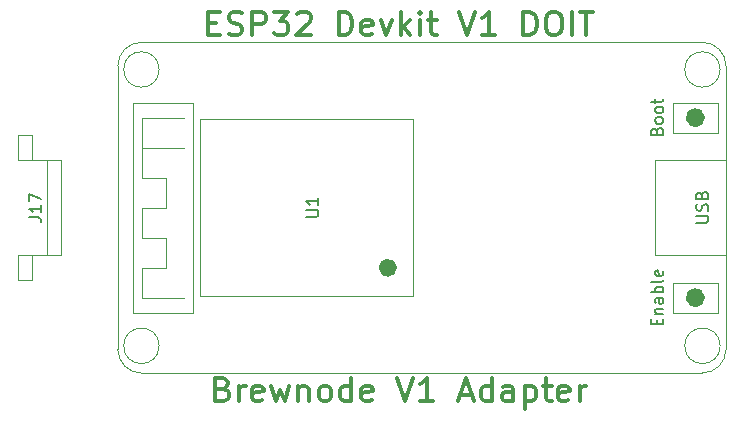
<source format=gbr>
G04 #@! TF.GenerationSoftware,KiCad,Pcbnew,(5.1.6)-1*
G04 #@! TF.CreationDate,2020-09-24T21:49:11+02:00*
G04 #@! TF.ProjectId,Brewnode_MCU_Adapter,42726577-6e6f-4646-955f-4d43555f4164,rev?*
G04 #@! TF.SameCoordinates,Original*
G04 #@! TF.FileFunction,Legend,Top*
G04 #@! TF.FilePolarity,Positive*
%FSLAX46Y46*%
G04 Gerber Fmt 4.6, Leading zero omitted, Abs format (unit mm)*
G04 Created by KiCad (PCBNEW (5.1.6)-1) date 2020-09-24 21:49:11*
%MOMM*%
%LPD*%
G01*
G04 APERTURE LIST*
%ADD10C,0.300000*%
%ADD11C,0.120000*%
%ADD12C,0.800000*%
%ADD13C,1.000000*%
%ADD14C,0.150000*%
G04 APERTURE END LIST*
D10*
X132955142Y-82153142D02*
X133621809Y-82153142D01*
X133907523Y-83200761D02*
X132955142Y-83200761D01*
X132955142Y-81200761D01*
X133907523Y-81200761D01*
X134669428Y-83105523D02*
X134955142Y-83200761D01*
X135431333Y-83200761D01*
X135621809Y-83105523D01*
X135717047Y-83010285D01*
X135812285Y-82819809D01*
X135812285Y-82629333D01*
X135717047Y-82438857D01*
X135621809Y-82343619D01*
X135431333Y-82248380D01*
X135050380Y-82153142D01*
X134859904Y-82057904D01*
X134764666Y-81962666D01*
X134669428Y-81772190D01*
X134669428Y-81581714D01*
X134764666Y-81391238D01*
X134859904Y-81296000D01*
X135050380Y-81200761D01*
X135526571Y-81200761D01*
X135812285Y-81296000D01*
X136669428Y-83200761D02*
X136669428Y-81200761D01*
X137431333Y-81200761D01*
X137621809Y-81296000D01*
X137717047Y-81391238D01*
X137812285Y-81581714D01*
X137812285Y-81867428D01*
X137717047Y-82057904D01*
X137621809Y-82153142D01*
X137431333Y-82248380D01*
X136669428Y-82248380D01*
X138478952Y-81200761D02*
X139717047Y-81200761D01*
X139050380Y-81962666D01*
X139336095Y-81962666D01*
X139526571Y-82057904D01*
X139621809Y-82153142D01*
X139717047Y-82343619D01*
X139717047Y-82819809D01*
X139621809Y-83010285D01*
X139526571Y-83105523D01*
X139336095Y-83200761D01*
X138764666Y-83200761D01*
X138574190Y-83105523D01*
X138478952Y-83010285D01*
X140478952Y-81391238D02*
X140574190Y-81296000D01*
X140764666Y-81200761D01*
X141240857Y-81200761D01*
X141431333Y-81296000D01*
X141526571Y-81391238D01*
X141621809Y-81581714D01*
X141621809Y-81772190D01*
X141526571Y-82057904D01*
X140383714Y-83200761D01*
X141621809Y-83200761D01*
X144002761Y-83200761D02*
X144002761Y-81200761D01*
X144478952Y-81200761D01*
X144764666Y-81296000D01*
X144955142Y-81486476D01*
X145050380Y-81676952D01*
X145145619Y-82057904D01*
X145145619Y-82343619D01*
X145050380Y-82724571D01*
X144955142Y-82915047D01*
X144764666Y-83105523D01*
X144478952Y-83200761D01*
X144002761Y-83200761D01*
X146764666Y-83105523D02*
X146574190Y-83200761D01*
X146193238Y-83200761D01*
X146002761Y-83105523D01*
X145907523Y-82915047D01*
X145907523Y-82153142D01*
X146002761Y-81962666D01*
X146193238Y-81867428D01*
X146574190Y-81867428D01*
X146764666Y-81962666D01*
X146859904Y-82153142D01*
X146859904Y-82343619D01*
X145907523Y-82534095D01*
X147526571Y-81867428D02*
X148002761Y-83200761D01*
X148478952Y-81867428D01*
X149240857Y-83200761D02*
X149240857Y-81200761D01*
X149431333Y-82438857D02*
X150002761Y-83200761D01*
X150002761Y-81867428D02*
X149240857Y-82629333D01*
X150859904Y-83200761D02*
X150859904Y-81867428D01*
X150859904Y-81200761D02*
X150764666Y-81296000D01*
X150859904Y-81391238D01*
X150955142Y-81296000D01*
X150859904Y-81200761D01*
X150859904Y-81391238D01*
X151526571Y-81867428D02*
X152288476Y-81867428D01*
X151812285Y-81200761D02*
X151812285Y-82915047D01*
X151907523Y-83105523D01*
X152098000Y-83200761D01*
X152288476Y-83200761D01*
X154193238Y-81200761D02*
X154859904Y-83200761D01*
X155526571Y-81200761D01*
X157240857Y-83200761D02*
X156098000Y-83200761D01*
X156669428Y-83200761D02*
X156669428Y-81200761D01*
X156478952Y-81486476D01*
X156288476Y-81676952D01*
X156098000Y-81772190D01*
X159621809Y-83200761D02*
X159621809Y-81200761D01*
X160098000Y-81200761D01*
X160383714Y-81296000D01*
X160574190Y-81486476D01*
X160669428Y-81676952D01*
X160764666Y-82057904D01*
X160764666Y-82343619D01*
X160669428Y-82724571D01*
X160574190Y-82915047D01*
X160383714Y-83105523D01*
X160098000Y-83200761D01*
X159621809Y-83200761D01*
X162002761Y-81200761D02*
X162383714Y-81200761D01*
X162574190Y-81296000D01*
X162764666Y-81486476D01*
X162859904Y-81867428D01*
X162859904Y-82534095D01*
X162764666Y-82915047D01*
X162574190Y-83105523D01*
X162383714Y-83200761D01*
X162002761Y-83200761D01*
X161812285Y-83105523D01*
X161621809Y-82915047D01*
X161526571Y-82534095D01*
X161526571Y-81867428D01*
X161621809Y-81486476D01*
X161812285Y-81296000D01*
X162002761Y-81200761D01*
X163717047Y-83200761D02*
X163717047Y-81200761D01*
X164383714Y-81200761D02*
X165526571Y-81200761D01*
X164955142Y-83200761D02*
X164955142Y-81200761D01*
X134193238Y-113141142D02*
X134478952Y-113236380D01*
X134574190Y-113331619D01*
X134669428Y-113522095D01*
X134669428Y-113807809D01*
X134574190Y-113998285D01*
X134478952Y-114093523D01*
X134288476Y-114188761D01*
X133526571Y-114188761D01*
X133526571Y-112188761D01*
X134193238Y-112188761D01*
X134383714Y-112284000D01*
X134478952Y-112379238D01*
X134574190Y-112569714D01*
X134574190Y-112760190D01*
X134478952Y-112950666D01*
X134383714Y-113045904D01*
X134193238Y-113141142D01*
X133526571Y-113141142D01*
X135526571Y-114188761D02*
X135526571Y-112855428D01*
X135526571Y-113236380D02*
X135621809Y-113045904D01*
X135717047Y-112950666D01*
X135907523Y-112855428D01*
X136098000Y-112855428D01*
X137526571Y-114093523D02*
X137336095Y-114188761D01*
X136955142Y-114188761D01*
X136764666Y-114093523D01*
X136669428Y-113903047D01*
X136669428Y-113141142D01*
X136764666Y-112950666D01*
X136955142Y-112855428D01*
X137336095Y-112855428D01*
X137526571Y-112950666D01*
X137621809Y-113141142D01*
X137621809Y-113331619D01*
X136669428Y-113522095D01*
X138288476Y-112855428D02*
X138669428Y-114188761D01*
X139050380Y-113236380D01*
X139431333Y-114188761D01*
X139812285Y-112855428D01*
X140574190Y-112855428D02*
X140574190Y-114188761D01*
X140574190Y-113045904D02*
X140669428Y-112950666D01*
X140859904Y-112855428D01*
X141145619Y-112855428D01*
X141336095Y-112950666D01*
X141431333Y-113141142D01*
X141431333Y-114188761D01*
X142669428Y-114188761D02*
X142478952Y-114093523D01*
X142383714Y-113998285D01*
X142288476Y-113807809D01*
X142288476Y-113236380D01*
X142383714Y-113045904D01*
X142478952Y-112950666D01*
X142669428Y-112855428D01*
X142955142Y-112855428D01*
X143145619Y-112950666D01*
X143240857Y-113045904D01*
X143336095Y-113236380D01*
X143336095Y-113807809D01*
X143240857Y-113998285D01*
X143145619Y-114093523D01*
X142955142Y-114188761D01*
X142669428Y-114188761D01*
X145050380Y-114188761D02*
X145050380Y-112188761D01*
X145050380Y-114093523D02*
X144859904Y-114188761D01*
X144478952Y-114188761D01*
X144288476Y-114093523D01*
X144193238Y-113998285D01*
X144098000Y-113807809D01*
X144098000Y-113236380D01*
X144193238Y-113045904D01*
X144288476Y-112950666D01*
X144478952Y-112855428D01*
X144859904Y-112855428D01*
X145050380Y-112950666D01*
X146764666Y-114093523D02*
X146574190Y-114188761D01*
X146193238Y-114188761D01*
X146002761Y-114093523D01*
X145907523Y-113903047D01*
X145907523Y-113141142D01*
X146002761Y-112950666D01*
X146193238Y-112855428D01*
X146574190Y-112855428D01*
X146764666Y-112950666D01*
X146859904Y-113141142D01*
X146859904Y-113331619D01*
X145907523Y-113522095D01*
X148955142Y-112188761D02*
X149621809Y-114188761D01*
X150288476Y-112188761D01*
X152002761Y-114188761D02*
X150859904Y-114188761D01*
X151431333Y-114188761D02*
X151431333Y-112188761D01*
X151240857Y-112474476D01*
X151050380Y-112664952D01*
X150859904Y-112760190D01*
X154288476Y-113617333D02*
X155240857Y-113617333D01*
X154098000Y-114188761D02*
X154764666Y-112188761D01*
X155431333Y-114188761D01*
X156955142Y-114188761D02*
X156955142Y-112188761D01*
X156955142Y-114093523D02*
X156764666Y-114188761D01*
X156383714Y-114188761D01*
X156193238Y-114093523D01*
X156098000Y-113998285D01*
X156002761Y-113807809D01*
X156002761Y-113236380D01*
X156098000Y-113045904D01*
X156193238Y-112950666D01*
X156383714Y-112855428D01*
X156764666Y-112855428D01*
X156955142Y-112950666D01*
X158764666Y-114188761D02*
X158764666Y-113141142D01*
X158669428Y-112950666D01*
X158478952Y-112855428D01*
X158098000Y-112855428D01*
X157907523Y-112950666D01*
X158764666Y-114093523D02*
X158574190Y-114188761D01*
X158098000Y-114188761D01*
X157907523Y-114093523D01*
X157812285Y-113903047D01*
X157812285Y-113712571D01*
X157907523Y-113522095D01*
X158098000Y-113426857D01*
X158574190Y-113426857D01*
X158764666Y-113331619D01*
X159717047Y-112855428D02*
X159717047Y-114855428D01*
X159717047Y-112950666D02*
X159907523Y-112855428D01*
X160288476Y-112855428D01*
X160478952Y-112950666D01*
X160574190Y-113045904D01*
X160669428Y-113236380D01*
X160669428Y-113807809D01*
X160574190Y-113998285D01*
X160478952Y-114093523D01*
X160288476Y-114188761D01*
X159907523Y-114188761D01*
X159717047Y-114093523D01*
X161240857Y-112855428D02*
X162002761Y-112855428D01*
X161526571Y-112188761D02*
X161526571Y-113903047D01*
X161621809Y-114093523D01*
X161812285Y-114188761D01*
X162002761Y-114188761D01*
X163431333Y-114093523D02*
X163240857Y-114188761D01*
X162859904Y-114188761D01*
X162669428Y-114093523D01*
X162574190Y-113903047D01*
X162574190Y-113141142D01*
X162669428Y-112950666D01*
X162859904Y-112855428D01*
X163240857Y-112855428D01*
X163431333Y-112950666D01*
X163526571Y-113141142D01*
X163526571Y-113331619D01*
X162574190Y-113522095D01*
X164383714Y-114188761D02*
X164383714Y-112855428D01*
X164383714Y-113236380D02*
X164478952Y-113045904D01*
X164574190Y-112950666D01*
X164764666Y-112855428D01*
X164955142Y-112855428D01*
D11*
X174778000Y-83790000D02*
G75*
G02*
X176778000Y-85790000I0J-2000000D01*
G01*
X176778000Y-109790000D02*
G75*
G02*
X174778000Y-111790000I-2000000J0D01*
G01*
X127278000Y-111790000D02*
G75*
G02*
X125278000Y-109790000I0J2000000D01*
G01*
X125278000Y-85790000D02*
G75*
G02*
X127278000Y-83790000I2000000J0D01*
G01*
X128778000Y-109490000D02*
G75*
G03*
X128778000Y-109490000I-1500000J0D01*
G01*
X128778000Y-86090000D02*
G75*
G03*
X128778000Y-86090000I-1500000J0D01*
G01*
X174778000Y-83790000D02*
X127278000Y-83790000D01*
X127278000Y-111790000D02*
X174778000Y-111790000D01*
X176778000Y-109790000D02*
X176778000Y-85790000D01*
X125278000Y-109790000D02*
X125278000Y-85790000D01*
X176278000Y-109490000D02*
G75*
G03*
X176278000Y-109490000I-1500000J0D01*
G01*
X176278000Y-86090000D02*
G75*
G03*
X176278000Y-86090000I-1500000J0D01*
G01*
X170778000Y-101790000D02*
X176778000Y-101790000D01*
X170778000Y-93790000D02*
X176778000Y-93790000D01*
X170778000Y-101790000D02*
X170778000Y-93790000D01*
X126548000Y-106680000D02*
X126548000Y-88900000D01*
X126548000Y-88900000D02*
X131628000Y-88900000D01*
X131628000Y-88900000D02*
X131628000Y-106680000D01*
X131628000Y-106680000D02*
X126548000Y-106680000D01*
X130866000Y-105410000D02*
X127310000Y-105410000D01*
X127310000Y-105410000D02*
X127310000Y-102870000D01*
X127310000Y-102870000D02*
X129342000Y-102870000D01*
X129342000Y-102870000D02*
X129342000Y-100330000D01*
X129342000Y-100330000D02*
X127310000Y-100330000D01*
X127310000Y-100330000D02*
X127310000Y-97790000D01*
X127310000Y-97790000D02*
X129342000Y-97790000D01*
X129342000Y-97790000D02*
X129342000Y-95250000D01*
X129342000Y-95250000D02*
X127310000Y-95250000D01*
X127310000Y-95250000D02*
X127310000Y-90170000D01*
X127310000Y-90170000D02*
X130866000Y-90170000D01*
X127310000Y-92710000D02*
X130866000Y-92710000D01*
X132278000Y-105290000D02*
X132278000Y-90290000D01*
X132278000Y-90290000D02*
X150278000Y-90290000D01*
X150278000Y-90290000D02*
X150278000Y-105290000D01*
X150278000Y-105290000D02*
X132278000Y-105290000D01*
D12*
X148538000Y-102870000D02*
G75*
G03*
X148538000Y-102870000I-400000J0D01*
G01*
D11*
X172268000Y-91440000D02*
X172268000Y-88900000D01*
X172268000Y-88900000D02*
X176078000Y-88900000D01*
X176078000Y-88900000D02*
X176078000Y-91440000D01*
X176078000Y-91440000D02*
X172268000Y-91440000D01*
X176078000Y-104140000D02*
X176078000Y-106680000D01*
X176078000Y-106680000D02*
X172268000Y-106680000D01*
X172268000Y-106680000D02*
X172268000Y-104140000D01*
X172268000Y-104140000D02*
X176078000Y-104140000D01*
D13*
X174473000Y-105410000D02*
G75*
G03*
X174473000Y-105410000I-300000J0D01*
G01*
X174473000Y-90170000D02*
G75*
G03*
X174473000Y-90170000I-300000J0D01*
G01*
D11*
X118028000Y-101790000D02*
X120468000Y-101790000D01*
X118028000Y-93790000D02*
X120468000Y-93790000D01*
X118028000Y-103900000D02*
X118028000Y-101790000D01*
X118028000Y-91680000D02*
X118028000Y-93790000D01*
X116868000Y-103900000D02*
X118028000Y-103900000D01*
X116868000Y-91680000D02*
X118028000Y-91680000D01*
X116868000Y-101790000D02*
X116868000Y-103900000D01*
X116868000Y-93790000D02*
X116868000Y-91680000D01*
X119308000Y-101790000D02*
X116868000Y-101790000D01*
X119308000Y-93790000D02*
X116868000Y-93790000D01*
X119308000Y-93790000D02*
X119308000Y-101790000D01*
X120468000Y-93790000D02*
X120468000Y-101790000D01*
D14*
X141240380Y-98551904D02*
X142049904Y-98551904D01*
X142145142Y-98504285D01*
X142192761Y-98456666D01*
X142240380Y-98361428D01*
X142240380Y-98170952D01*
X142192761Y-98075714D01*
X142145142Y-98028095D01*
X142049904Y-97980476D01*
X141240380Y-97980476D01*
X142240380Y-96980476D02*
X142240380Y-97551904D01*
X142240380Y-97266190D02*
X141240380Y-97266190D01*
X141383238Y-97361428D01*
X141478476Y-97456666D01*
X141526095Y-97551904D01*
X170926571Y-107671904D02*
X170926571Y-107338571D01*
X171450380Y-107195714D02*
X171450380Y-107671904D01*
X170450380Y-107671904D01*
X170450380Y-107195714D01*
X170783714Y-106767142D02*
X171450380Y-106767142D01*
X170878952Y-106767142D02*
X170831333Y-106719523D01*
X170783714Y-106624285D01*
X170783714Y-106481428D01*
X170831333Y-106386190D01*
X170926571Y-106338571D01*
X171450380Y-106338571D01*
X171450380Y-105433809D02*
X170926571Y-105433809D01*
X170831333Y-105481428D01*
X170783714Y-105576666D01*
X170783714Y-105767142D01*
X170831333Y-105862380D01*
X171402761Y-105433809D02*
X171450380Y-105529047D01*
X171450380Y-105767142D01*
X171402761Y-105862380D01*
X171307523Y-105910000D01*
X171212285Y-105910000D01*
X171117047Y-105862380D01*
X171069428Y-105767142D01*
X171069428Y-105529047D01*
X171021809Y-105433809D01*
X171450380Y-104957619D02*
X170450380Y-104957619D01*
X170831333Y-104957619D02*
X170783714Y-104862380D01*
X170783714Y-104671904D01*
X170831333Y-104576666D01*
X170878952Y-104529047D01*
X170974190Y-104481428D01*
X171259904Y-104481428D01*
X171355142Y-104529047D01*
X171402761Y-104576666D01*
X171450380Y-104671904D01*
X171450380Y-104862380D01*
X171402761Y-104957619D01*
X171450380Y-103910000D02*
X171402761Y-104005238D01*
X171307523Y-104052857D01*
X170450380Y-104052857D01*
X171402761Y-103148095D02*
X171450380Y-103243333D01*
X171450380Y-103433809D01*
X171402761Y-103529047D01*
X171307523Y-103576666D01*
X170926571Y-103576666D01*
X170831333Y-103529047D01*
X170783714Y-103433809D01*
X170783714Y-103243333D01*
X170831333Y-103148095D01*
X170926571Y-103100476D01*
X171021809Y-103100476D01*
X171117047Y-103576666D01*
X170926571Y-91289047D02*
X170974190Y-91146190D01*
X171021809Y-91098571D01*
X171117047Y-91050952D01*
X171259904Y-91050952D01*
X171355142Y-91098571D01*
X171402761Y-91146190D01*
X171450380Y-91241428D01*
X171450380Y-91622380D01*
X170450380Y-91622380D01*
X170450380Y-91289047D01*
X170498000Y-91193809D01*
X170545619Y-91146190D01*
X170640857Y-91098571D01*
X170736095Y-91098571D01*
X170831333Y-91146190D01*
X170878952Y-91193809D01*
X170926571Y-91289047D01*
X170926571Y-91622380D01*
X171450380Y-90479523D02*
X171402761Y-90574761D01*
X171355142Y-90622380D01*
X171259904Y-90670000D01*
X170974190Y-90670000D01*
X170878952Y-90622380D01*
X170831333Y-90574761D01*
X170783714Y-90479523D01*
X170783714Y-90336666D01*
X170831333Y-90241428D01*
X170878952Y-90193809D01*
X170974190Y-90146190D01*
X171259904Y-90146190D01*
X171355142Y-90193809D01*
X171402761Y-90241428D01*
X171450380Y-90336666D01*
X171450380Y-90479523D01*
X171450380Y-89574761D02*
X171402761Y-89670000D01*
X171355142Y-89717619D01*
X171259904Y-89765238D01*
X170974190Y-89765238D01*
X170878952Y-89717619D01*
X170831333Y-89670000D01*
X170783714Y-89574761D01*
X170783714Y-89431904D01*
X170831333Y-89336666D01*
X170878952Y-89289047D01*
X170974190Y-89241428D01*
X171259904Y-89241428D01*
X171355142Y-89289047D01*
X171402761Y-89336666D01*
X171450380Y-89431904D01*
X171450380Y-89574761D01*
X170783714Y-88955714D02*
X170783714Y-88574761D01*
X170450380Y-88812857D02*
X171307523Y-88812857D01*
X171402761Y-88765238D01*
X171450380Y-88670000D01*
X171450380Y-88574761D01*
X174260380Y-99051904D02*
X175069904Y-99051904D01*
X175165142Y-99004285D01*
X175212761Y-98956666D01*
X175260380Y-98861428D01*
X175260380Y-98670952D01*
X175212761Y-98575714D01*
X175165142Y-98528095D01*
X175069904Y-98480476D01*
X174260380Y-98480476D01*
X175212761Y-98051904D02*
X175260380Y-97909047D01*
X175260380Y-97670952D01*
X175212761Y-97575714D01*
X175165142Y-97528095D01*
X175069904Y-97480476D01*
X174974666Y-97480476D01*
X174879428Y-97528095D01*
X174831809Y-97575714D01*
X174784190Y-97670952D01*
X174736571Y-97861428D01*
X174688952Y-97956666D01*
X174641333Y-98004285D01*
X174546095Y-98051904D01*
X174450857Y-98051904D01*
X174355619Y-98004285D01*
X174308000Y-97956666D01*
X174260380Y-97861428D01*
X174260380Y-97623333D01*
X174308000Y-97480476D01*
X174736571Y-96718571D02*
X174784190Y-96575714D01*
X174831809Y-96528095D01*
X174927047Y-96480476D01*
X175069904Y-96480476D01*
X175165142Y-96528095D01*
X175212761Y-96575714D01*
X175260380Y-96670952D01*
X175260380Y-97051904D01*
X174260380Y-97051904D01*
X174260380Y-96718571D01*
X174308000Y-96623333D01*
X174355619Y-96575714D01*
X174450857Y-96528095D01*
X174546095Y-96528095D01*
X174641333Y-96575714D01*
X174688952Y-96623333D01*
X174736571Y-96718571D01*
X174736571Y-97051904D01*
X117790380Y-98599523D02*
X118504666Y-98599523D01*
X118647523Y-98647142D01*
X118742761Y-98742380D01*
X118790380Y-98885238D01*
X118790380Y-98980476D01*
X118790380Y-97599523D02*
X118790380Y-98170952D01*
X118790380Y-97885238D02*
X117790380Y-97885238D01*
X117933238Y-97980476D01*
X118028476Y-98075714D01*
X118076095Y-98170952D01*
X117790380Y-97266190D02*
X117790380Y-96599523D01*
X118790380Y-97028095D01*
M02*

</source>
